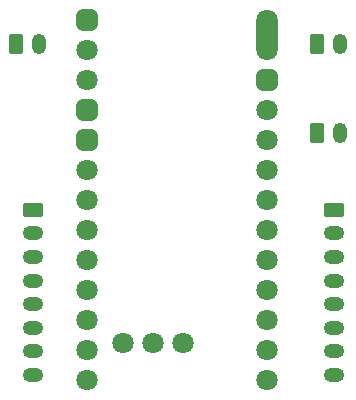
<source format=gbr>
%TF.GenerationSoftware,KiCad,Pcbnew,9.0.4*%
%TF.CreationDate,2025-10-08T20:13:18+03:00*%
%TF.ProjectId,dactyl_plugs,64616374-796c-45f7-906c-7567732e6b69,rev?*%
%TF.SameCoordinates,Original*%
%TF.FileFunction,Copper,L2,Bot*%
%TF.FilePolarity,Positive*%
%FSLAX46Y46*%
G04 Gerber Fmt 4.6, Leading zero omitted, Abs format (unit mm)*
G04 Created by KiCad (PCBNEW 9.0.4) date 2025-10-08 20:13:18*
%MOMM*%
%LPD*%
G01*
G04 APERTURE LIST*
G04 Aperture macros list*
%AMRoundRect*
0 Rectangle with rounded corners*
0 $1 Rounding radius*
0 $2 $3 $4 $5 $6 $7 $8 $9 X,Y pos of 4 corners*
0 Add a 4 corners polygon primitive as box body*
4,1,4,$2,$3,$4,$5,$6,$7,$8,$9,$2,$3,0*
0 Add four circle primitives for the rounded corners*
1,1,$1+$1,$2,$3*
1,1,$1+$1,$4,$5*
1,1,$1+$1,$6,$7*
1,1,$1+$1,$8,$9*
0 Add four rect primitives between the rounded corners*
20,1,$1+$1,$2,$3,$4,$5,0*
20,1,$1+$1,$4,$5,$6,$7,0*
20,1,$1+$1,$6,$7,$8,$9,0*
20,1,$1+$1,$8,$9,$2,$3,0*%
G04 Aperture macros list end*
%TA.AperFunction,ComponentPad*%
%ADD10O,1.200000X1.750000*%
%TD*%
%TA.AperFunction,ComponentPad*%
%ADD11RoundRect,0.250000X-0.350000X-0.625000X0.350000X-0.625000X0.350000X0.625000X-0.350000X0.625000X0*%
%TD*%
%TA.AperFunction,ComponentPad*%
%ADD12RoundRect,0.250000X-0.625000X0.350000X-0.625000X-0.350000X0.625000X-0.350000X0.625000X0.350000X0*%
%TD*%
%TA.AperFunction,ComponentPad*%
%ADD13O,1.750000X1.200000*%
%TD*%
%TA.AperFunction,ComponentPad*%
%ADD14C,1.800000*%
%TD*%
%TA.AperFunction,ComponentPad*%
%ADD15RoundRect,0.450000X-0.450000X-0.450000X0.450000X-0.450000X0.450000X0.450000X-0.450000X0.450000X0*%
%TD*%
%TA.AperFunction,ComponentPad*%
%ADD16O,1.800000X4.340000*%
%TD*%
G04 APERTURE END LIST*
D10*
%TO.P,Battery1,2,Pin_2*%
%TO.N,Net-(Battery1-Pin_2)*%
X99000000Y-51000000D03*
D11*
%TO.P,Battery1,1,Pin_1*%
%TO.N,Net-(Battery1-Pin_1)*%
X97000000Y-51000000D03*
%TD*%
D12*
%TO.P,Columns1,1,Pin_1*%
%TO.N,Net-(Columns1-Pin_1)*%
X98500000Y-65000000D03*
D13*
%TO.P,Columns1,2,Pin_2*%
%TO.N,Net-(Columns1-Pin_2)*%
X98500000Y-67000000D03*
%TO.P,Columns1,3,Pin_3*%
%TO.N,Net-(Columns1-Pin_3)*%
X98500000Y-69000000D03*
%TO.P,Columns1,4,Pin_4*%
%TO.N,Net-(Columns1-Pin_4)*%
X98500000Y-71000000D03*
%TO.P,Columns1,5,Pin_5*%
%TO.N,Net-(Columns1-Pin_5)*%
X98500000Y-73000000D03*
%TO.P,Columns1,6,Pin_6*%
%TO.N,Net-(Columns1-Pin_6)*%
X98500000Y-75000000D03*
%TO.P,Columns1,7,Pin_7*%
%TO.N,Net-(Columns1-Pin_7)*%
X98500000Y-77000000D03*
%TO.P,Columns1,8,Pin_8*%
%TO.N,Net-(Columns1-Pin_8)*%
X98500000Y-79000000D03*
%TD*%
D12*
%TO.P,Rows1,1,Pin_1*%
%TO.N,Net-(Rows1-Pin_1)*%
X124000000Y-65000000D03*
D13*
%TO.P,Rows1,2,Pin_2*%
%TO.N,Net-(Rows1-Pin_2)*%
X124000000Y-67000000D03*
%TO.P,Rows1,3,Pin_3*%
%TO.N,Net-(Rows1-Pin_3)*%
X124000000Y-69000000D03*
%TO.P,Rows1,4,Pin_4*%
%TO.N,Net-(Rows1-Pin_4)*%
X124000000Y-71000000D03*
%TO.P,Rows1,5,Pin_5*%
%TO.N,Net-(Rows1-Pin_5)*%
X124000000Y-73000000D03*
%TO.P,Rows1,6,Pin_6*%
%TO.N,Net-(Rows1-Pin_6)*%
X124000000Y-75000000D03*
%TO.P,Rows1,7,Pin_7*%
%TO.N,Net-(Rows1-Pin_7)*%
X124000000Y-77000000D03*
%TO.P,Rows1,8,Pin_8*%
%TO.N,Net-(Rows1-Pin_8)*%
X124000000Y-79000000D03*
%TD*%
D11*
%TO.P,Power1,1,Pin_1*%
%TO.N,Net-(Battery1-Pin_2)*%
X122500000Y-50950000D03*
D10*
%TO.P,Power1,2,Pin_2*%
%TO.N,Net-(Power1-Pin_2)*%
X124500000Y-50950000D03*
%TD*%
D14*
%TO.P,U1,1,P0.06*%
%TO.N,unconnected-(U1-P0.06-Pad1)*%
X103015000Y-51460000D03*
%TO.P,U1,2,P0.08*%
%TO.N,unconnected-(U1-P0.08-Pad2)*%
X103015000Y-54000000D03*
D15*
%TO.P,U1,3,GND*%
%TO.N,unconnected-(U1-GND-Pad3)*%
X103015000Y-56540000D03*
%TO.P,U1,4,GND*%
%TO.N,unconnected-(U1-GND-Pad4)*%
X103015000Y-59080000D03*
D14*
%TO.P,U1,5,P0.17*%
%TO.N,Net-(Columns1-Pin_1)*%
X103015000Y-61620000D03*
%TO.P,U1,6,P0.20*%
%TO.N,Net-(Columns1-Pin_2)*%
X103015000Y-64160000D03*
%TO.P,U1,7,P0.22*%
%TO.N,Net-(Columns1-Pin_3)*%
X103015000Y-66700000D03*
%TO.P,U1,8,P0.24*%
%TO.N,Net-(Columns1-Pin_4)*%
X103015000Y-69240000D03*
%TO.P,U1,9,P1.00*%
%TO.N,Net-(Columns1-Pin_5)*%
X103015000Y-71780000D03*
%TO.P,U1,10,P0.11*%
%TO.N,Net-(Columns1-Pin_6)*%
X103015000Y-74320000D03*
%TO.P,U1,11,P1.04-LF*%
%TO.N,Net-(Columns1-Pin_7)*%
X103015000Y-76860000D03*
%TO.P,U1,12,P1.06-LF*%
%TO.N,Net-(Columns1-Pin_8)*%
X103015000Y-79400000D03*
D16*
%TO.P,U1,13,BAT+*%
%TO.N,Net-(Power1-Pin_2)*%
X118255000Y-50190000D03*
D15*
%TO.P,U1,14,GND*%
%TO.N,Net-(Reset1-Pin_1)*%
X118255000Y-54000000D03*
D14*
%TO.P,U1,15,RST*%
%TO.N,Net-(Reset1-Pin_2)*%
X118255000Y-56540000D03*
%TO.P,U1,16,3V3*%
%TO.N,unconnected-(U1-3V3-Pad16)*%
X118255000Y-59080000D03*
%TO.P,U1,17,P0.31-LF*%
%TO.N,Net-(Rows1-Pin_1)*%
X118255000Y-61620000D03*
%TO.P,U1,18,P0.29-LF*%
%TO.N,Net-(Rows1-Pin_2)*%
X118255000Y-64160000D03*
%TO.P,U1,19,P0.02-LF*%
%TO.N,Net-(Rows1-Pin_3)*%
X118255000Y-66700000D03*
%TO.P,U1,20,P1.15-LF*%
%TO.N,Net-(Rows1-Pin_4)*%
X118255000Y-69240000D03*
%TO.P,U1,21,P1.13-LF*%
%TO.N,Net-(Rows1-Pin_5)*%
X118255000Y-71780000D03*
%TO.P,U1,22,P1.11-LF*%
%TO.N,Net-(Rows1-Pin_6)*%
X118255000Y-74320000D03*
%TO.P,U1,23,P0.10-LF*%
%TO.N,Net-(Rows1-Pin_7)*%
X118255000Y-76860000D03*
%TO.P,U1,24,P0.09-LF*%
%TO.N,Net-(Rows1-Pin_8)*%
X118255000Y-79400000D03*
%TO.P,U1,25,P1.01-LF*%
%TO.N,unconnected-(U1-P1.01-LF-Pad25)*%
X106088400Y-76306280D03*
%TO.P,U1,26,P1.02-LF*%
%TO.N,unconnected-(U1-P1.02-LF-Pad26)*%
X108628400Y-76306280D03*
%TO.P,U1,27,P1.07-LF*%
%TO.N,unconnected-(U1-P1.07-LF-Pad27)*%
X111168400Y-76306280D03*
D15*
%TO.P,U1,28,GND*%
%TO.N,Net-(Battery1-Pin_1)*%
X103015000Y-48920000D03*
D14*
%TO.P,U1,29,BAT+*%
%TO.N,Net-(Power1-Pin_2)*%
X118255000Y-48920000D03*
%TD*%
D11*
%TO.P,Reset1,1,Pin_1*%
%TO.N,Net-(Reset1-Pin_1)*%
X122500000Y-58500000D03*
D10*
%TO.P,Reset1,2,Pin_2*%
%TO.N,Net-(Reset1-Pin_2)*%
X124500000Y-58500000D03*
%TD*%
M02*

</source>
